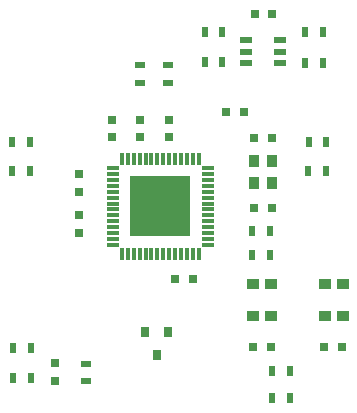
<source format=gbp>
G04*
G04 #@! TF.GenerationSoftware,Altium Limited,Altium Designer,21.4.1 (30)*
G04*
G04 Layer_Color=128*
%FSLAX44Y44*%
%MOMM*%
G71*
G04*
G04 #@! TF.SameCoordinates,D9E7D647-E61C-487C-AA5F-480CAE51DE59*
G04*
G04*
G04 #@! TF.FilePolarity,Positive*
G04*
G01*
G75*
%ADD18R,0.9000X0.6000*%
%ADD36R,0.8000X0.8000*%
%ADD51R,0.8000X0.8000*%
%ADD52R,0.8000X0.9000*%
%ADD53R,0.6000X0.9000*%
%ADD55R,1.0000X0.3000*%
%ADD56R,0.3000X1.0000*%
%ADD57R,1.0500X0.6000*%
%ADD58R,1.0000X0.9700*%
%ADD59R,0.9000X1.0000*%
%ADD69R,5.1000X5.1000*%
D18*
X187100Y27000D02*
D03*
Y42000D02*
D03*
X257000Y279500D02*
D03*
Y294500D02*
D03*
X233000D02*
D03*
Y279500D02*
D03*
D36*
X161100Y27500D02*
D03*
Y42500D02*
D03*
X209100Y248600D02*
D03*
Y233600D02*
D03*
X257100Y233500D02*
D03*
Y248500D02*
D03*
X181100Y187500D02*
D03*
X233100Y233600D02*
D03*
X181100Y167500D02*
D03*
Y152500D02*
D03*
X233100Y248600D02*
D03*
X181100Y202500D02*
D03*
D51*
X345000Y337900D02*
D03*
X330000D02*
D03*
X344600Y174000D02*
D03*
X329600D02*
D03*
X277500Y113600D02*
D03*
X329600Y233000D02*
D03*
X344600D02*
D03*
X403600Y56000D02*
D03*
X328600Y56000D02*
D03*
X320600Y255000D02*
D03*
X305600D02*
D03*
X262500Y113600D02*
D03*
X388600Y56000D02*
D03*
X343600Y56000D02*
D03*
D52*
X237500Y69000D02*
D03*
X256500D02*
D03*
X247000Y49000D02*
D03*
D53*
X372600Y323100D02*
D03*
X387600D02*
D03*
X287600Y323000D02*
D03*
X302600D02*
D03*
X302600Y297000D02*
D03*
X287600D02*
D03*
X387800Y296700D02*
D03*
X372800D02*
D03*
X327800Y133900D02*
D03*
X342800D02*
D03*
X327600Y154000D02*
D03*
X342600D02*
D03*
X124600Y205000D02*
D03*
X139600D02*
D03*
X124600Y230000D02*
D03*
X139600D02*
D03*
X375500Y204900D02*
D03*
X390500D02*
D03*
X375600Y230000D02*
D03*
X390600D02*
D03*
X125600Y30000D02*
D03*
X140600D02*
D03*
X125600Y55000D02*
D03*
X140600D02*
D03*
X344600Y13000D02*
D03*
X359600D02*
D03*
X344600Y36000D02*
D03*
X359600D02*
D03*
D55*
X290100Y207500D02*
D03*
Y202500D02*
D03*
Y197500D02*
D03*
Y192500D02*
D03*
Y187500D02*
D03*
Y182500D02*
D03*
Y177500D02*
D03*
Y172500D02*
D03*
Y167500D02*
D03*
Y162500D02*
D03*
Y157500D02*
D03*
Y152500D02*
D03*
Y147500D02*
D03*
Y142500D02*
D03*
X210100D02*
D03*
Y147500D02*
D03*
Y152500D02*
D03*
Y157500D02*
D03*
Y162500D02*
D03*
Y167500D02*
D03*
Y172500D02*
D03*
Y177500D02*
D03*
Y182500D02*
D03*
Y187500D02*
D03*
Y192500D02*
D03*
Y197500D02*
D03*
Y202500D02*
D03*
Y207500D02*
D03*
D56*
X282600Y135000D02*
D03*
X277600D02*
D03*
X272600D02*
D03*
X267600D02*
D03*
X262600D02*
D03*
X257600D02*
D03*
X252600D02*
D03*
X247600D02*
D03*
X242600D02*
D03*
X237600D02*
D03*
X232600D02*
D03*
X227600D02*
D03*
X222600D02*
D03*
X217600D02*
D03*
Y215000D02*
D03*
X222600D02*
D03*
X227600D02*
D03*
X232600D02*
D03*
X237600D02*
D03*
X242600D02*
D03*
X247600D02*
D03*
X252600D02*
D03*
X257600D02*
D03*
X262600D02*
D03*
X267600D02*
D03*
X272600D02*
D03*
X277600D02*
D03*
X282600D02*
D03*
D57*
X351350Y315600D02*
D03*
X322850Y306100D02*
D03*
Y296600D02*
D03*
X351350D02*
D03*
Y306100D02*
D03*
X322850Y315600D02*
D03*
D58*
X404450Y109000D02*
D03*
X328750D02*
D03*
X404450Y82000D02*
D03*
X328750Y82000D02*
D03*
X389750Y82000D02*
D03*
Y109000D02*
D03*
X343450D02*
D03*
Y82000D02*
D03*
D59*
X329350Y194750D02*
D03*
Y213250D02*
D03*
X344850D02*
D03*
Y194750D02*
D03*
D69*
X250100Y175000D02*
D03*
M02*

</source>
